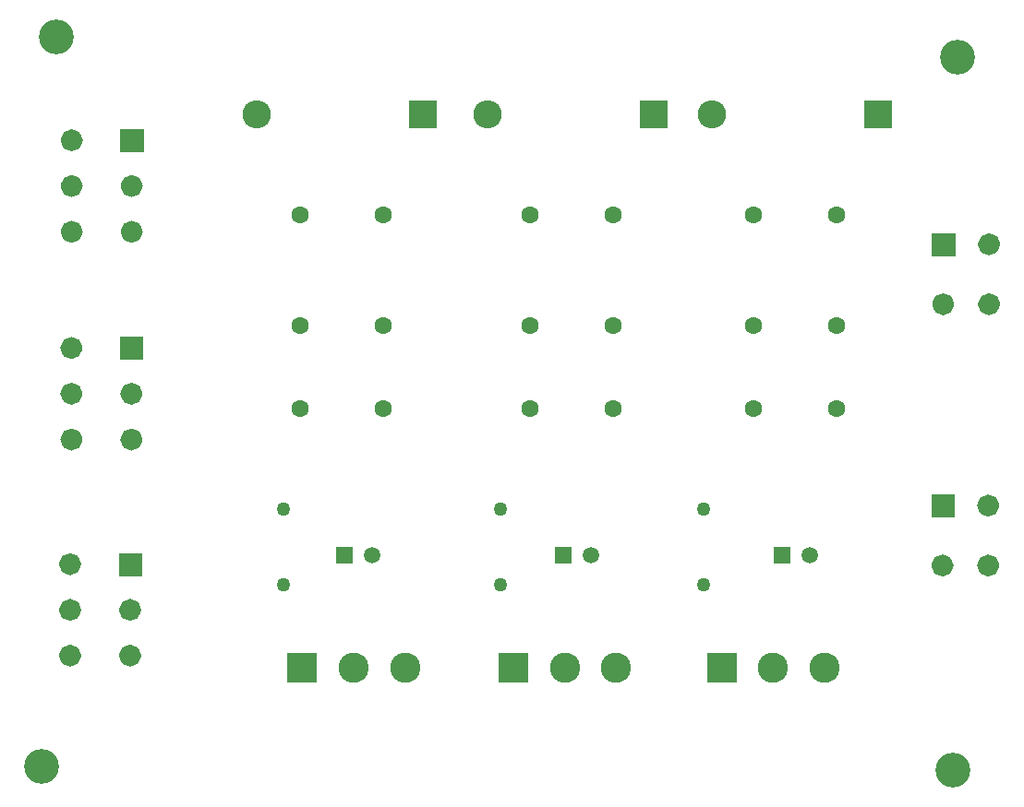
<source format=gbr>
%TF.GenerationSoftware,KiCad,Pcbnew,9.0.0*%
%TF.CreationDate,2025-05-05T23:55:41-07:00*%
%TF.ProjectId,Latchboard V9,4c617463-6862-46f6-9172-642056392e6b,rev?*%
%TF.SameCoordinates,Original*%
%TF.FileFunction,Soldermask,Bot*%
%TF.FilePolarity,Negative*%
%FSLAX46Y46*%
G04 Gerber Fmt 4.6, Leading zero omitted, Abs format (unit mm)*
G04 Created by KiCad (PCBNEW 9.0.0) date 2025-05-05 23:55:41*
%MOMM*%
%LPD*%
G01*
G04 APERTURE LIST*
%ADD10C,1.026200*%
%ADD11C,0.010000*%
%ADD12C,3.200000*%
%ADD13R,2.600000X2.600000*%
%ADD14O,2.600000X2.600000*%
%ADD15C,1.258000*%
%ADD16R,2.775000X2.775000*%
%ADD17C,2.775000*%
%ADD18C,1.508000*%
%ADD19R,1.508000X1.508000*%
%ADD20C,1.600200*%
G04 APERTURE END LIST*
D10*
%TO.C,J3*%
X60408850Y-63500000D02*
G75*
G02*
X59382650Y-63500000I-513100J0D01*
G01*
X59382650Y-63500000D02*
G75*
G02*
X60408850Y-63500000I513100J0D01*
G01*
X65908850Y-67700000D02*
G75*
G02*
X64882650Y-67700000I-513100J0D01*
G01*
X64882650Y-67700000D02*
G75*
G02*
X65908850Y-67700000I513100J0D01*
G01*
X60408850Y-67700000D02*
G75*
G02*
X59382650Y-67700000I-513100J0D01*
G01*
X59382650Y-67700000D02*
G75*
G02*
X60408850Y-67700000I513100J0D01*
G01*
X65908850Y-71900000D02*
G75*
G02*
X64882650Y-71900000I-513100J0D01*
G01*
X64882650Y-71900000D02*
G75*
G02*
X65908850Y-71900000I513100J0D01*
G01*
X60408850Y-71900000D02*
G75*
G02*
X59382650Y-71900000I-513100J0D01*
G01*
X59382650Y-71900000D02*
G75*
G02*
X60408850Y-71900000I513100J0D01*
G01*
D11*
X66421950Y-64526200D02*
X64369550Y-64526200D01*
X64369550Y-62473800D01*
X66421950Y-62473800D01*
X66421950Y-64526200D01*
G36*
X66421950Y-64526200D02*
G01*
X64369550Y-64526200D01*
X64369550Y-62473800D01*
X66421950Y-62473800D01*
X66421950Y-64526200D01*
G37*
%TO.C,J1*%
X140836200Y-74076200D02*
X138783800Y-74076200D01*
X138783800Y-72023800D01*
X140836200Y-72023800D01*
X140836200Y-74076200D01*
G36*
X140836200Y-74076200D02*
G01*
X138783800Y-74076200D01*
X138783800Y-72023800D01*
X140836200Y-72023800D01*
X140836200Y-74076200D01*
G37*
D10*
X144523100Y-78550000D02*
G75*
G02*
X143496900Y-78550000I-513100J0D01*
G01*
X143496900Y-78550000D02*
G75*
G02*
X144523100Y-78550000I513100J0D01*
G01*
X144523100Y-73050000D02*
G75*
G02*
X143496900Y-73050000I-513100J0D01*
G01*
X143496900Y-73050000D02*
G75*
G02*
X144523100Y-73050000I513100J0D01*
G01*
X140323100Y-78550000D02*
G75*
G02*
X139296900Y-78550000I-513100J0D01*
G01*
X139296900Y-78550000D02*
G75*
G02*
X140323100Y-78550000I513100J0D01*
G01*
%TO.C,J2*%
X140253100Y-102534250D02*
G75*
G02*
X139226900Y-102534250I-513100J0D01*
G01*
X139226900Y-102534250D02*
G75*
G02*
X140253100Y-102534250I513100J0D01*
G01*
X144453100Y-97034250D02*
G75*
G02*
X143426900Y-97034250I-513100J0D01*
G01*
X143426900Y-97034250D02*
G75*
G02*
X144453100Y-97034250I513100J0D01*
G01*
X144453100Y-102534250D02*
G75*
G02*
X143426900Y-102534250I-513100J0D01*
G01*
X143426900Y-102534250D02*
G75*
G02*
X144453100Y-102534250I513100J0D01*
G01*
D11*
X140766200Y-98060450D02*
X138713800Y-98060450D01*
X138713800Y-96008050D01*
X140766200Y-96008050D01*
X140766200Y-98060450D01*
G36*
X140766200Y-98060450D02*
G01*
X138713800Y-98060450D01*
X138713800Y-96008050D01*
X140766200Y-96008050D01*
X140766200Y-98060450D01*
G37*
%TO.C,J4*%
X66396200Y-83596200D02*
X64343800Y-83596200D01*
X64343800Y-81543800D01*
X66396200Y-81543800D01*
X66396200Y-83596200D01*
G36*
X66396200Y-83596200D02*
G01*
X64343800Y-83596200D01*
X64343800Y-81543800D01*
X66396200Y-81543800D01*
X66396200Y-83596200D01*
G37*
D10*
X60383100Y-90970000D02*
G75*
G02*
X59356900Y-90970000I-513100J0D01*
G01*
X59356900Y-90970000D02*
G75*
G02*
X60383100Y-90970000I513100J0D01*
G01*
X65883100Y-90970000D02*
G75*
G02*
X64856900Y-90970000I-513100J0D01*
G01*
X64856900Y-90970000D02*
G75*
G02*
X65883100Y-90970000I513100J0D01*
G01*
X60383100Y-86770000D02*
G75*
G02*
X59356900Y-86770000I-513100J0D01*
G01*
X59356900Y-86770000D02*
G75*
G02*
X60383100Y-86770000I513100J0D01*
G01*
X65883100Y-86770000D02*
G75*
G02*
X64856900Y-86770000I-513100J0D01*
G01*
X64856900Y-86770000D02*
G75*
G02*
X65883100Y-86770000I513100J0D01*
G01*
X60383100Y-82570000D02*
G75*
G02*
X59356900Y-82570000I-513100J0D01*
G01*
X59356900Y-82570000D02*
G75*
G02*
X60383100Y-82570000I513100J0D01*
G01*
D11*
%TO.C,J5*%
X66276200Y-103436200D02*
X64223800Y-103436200D01*
X64223800Y-101383800D01*
X66276200Y-101383800D01*
X66276200Y-103436200D01*
G36*
X66276200Y-103436200D02*
G01*
X64223800Y-103436200D01*
X64223800Y-101383800D01*
X66276200Y-101383800D01*
X66276200Y-103436200D01*
G37*
D10*
X60263100Y-110810000D02*
G75*
G02*
X59236900Y-110810000I-513100J0D01*
G01*
X59236900Y-110810000D02*
G75*
G02*
X60263100Y-110810000I513100J0D01*
G01*
X65763100Y-110810000D02*
G75*
G02*
X64736900Y-110810000I-513100J0D01*
G01*
X64736900Y-110810000D02*
G75*
G02*
X65763100Y-110810000I513100J0D01*
G01*
X60263100Y-106610000D02*
G75*
G02*
X59236900Y-106610000I-513100J0D01*
G01*
X59236900Y-106610000D02*
G75*
G02*
X60263100Y-106610000I513100J0D01*
G01*
X65763100Y-106610000D02*
G75*
G02*
X64736900Y-106610000I-513100J0D01*
G01*
X64736900Y-106610000D02*
G75*
G02*
X65763100Y-106610000I513100J0D01*
G01*
X60263100Y-102410000D02*
G75*
G02*
X59236900Y-102410000I-513100J0D01*
G01*
X59236900Y-102410000D02*
G75*
G02*
X60263100Y-102410000I513100J0D01*
G01*
%TD*%
D12*
%TO.C,REF\u002A\u002A*%
X58470000Y-54000000D03*
%TD*%
%TO.C,REF\u002A\u002A*%
X141080000Y-55830000D03*
%TD*%
%TO.C,REF\u002A\u002A*%
X57160000Y-120950000D03*
%TD*%
D13*
%TO.C,D2*%
X113260000Y-61160000D03*
D14*
X98020000Y-61160000D03*
%TD*%
D15*
%TO.C,R1*%
X79290000Y-104338500D03*
X79290000Y-97338500D03*
%TD*%
D16*
%TO.C,S3*%
X119510000Y-111924250D03*
D17*
X124210000Y-111924250D03*
X128910000Y-111924250D03*
%TD*%
D13*
%TO.C,D1*%
X92120000Y-61160000D03*
D14*
X76880000Y-61160000D03*
%TD*%
D18*
%TO.C,LED3*%
X127570000Y-101580000D03*
D19*
X125030000Y-101580000D03*
%TD*%
D13*
%TO.C,D3*%
X133860000Y-61160000D03*
D14*
X118620000Y-61160000D03*
%TD*%
D18*
%TO.C,LED1*%
X87450000Y-101580000D03*
D19*
X84910000Y-101580000D03*
%TD*%
D15*
%TO.C,R2*%
X99190000Y-104338500D03*
X99190000Y-97338500D03*
%TD*%
D20*
%TO.C,K3*%
X122430000Y-70320000D03*
X122430000Y-80480000D03*
X122430000Y-88100000D03*
X130050000Y-88100000D03*
X130050000Y-80480000D03*
X130050000Y-70320000D03*
%TD*%
%TO.C,K2*%
X101940000Y-70320000D03*
X101940000Y-80480000D03*
X101940000Y-88100000D03*
X109560000Y-88100000D03*
X109560000Y-80480000D03*
X109560000Y-70320000D03*
%TD*%
%TO.C,K1*%
X80800000Y-70320000D03*
X80800000Y-80480000D03*
X80800000Y-88100000D03*
X88420000Y-88100000D03*
X88420000Y-80480000D03*
X88420000Y-70320000D03*
%TD*%
D15*
%TO.C,R3*%
X117840000Y-104338500D03*
X117840000Y-97338500D03*
%TD*%
D18*
%TO.C,LED2*%
X107520000Y-101580000D03*
D19*
X104980000Y-101580000D03*
%TD*%
D16*
%TO.C,S2*%
X100400000Y-111924250D03*
D17*
X105100000Y-111924250D03*
X109800000Y-111924250D03*
%TD*%
D16*
%TO.C,S1*%
X81050000Y-111924250D03*
D17*
X85750000Y-111924250D03*
X90450000Y-111924250D03*
%TD*%
D12*
%TO.C,REF\u002A\u002A*%
X140680000Y-121340000D03*
%TD*%
M02*

</source>
